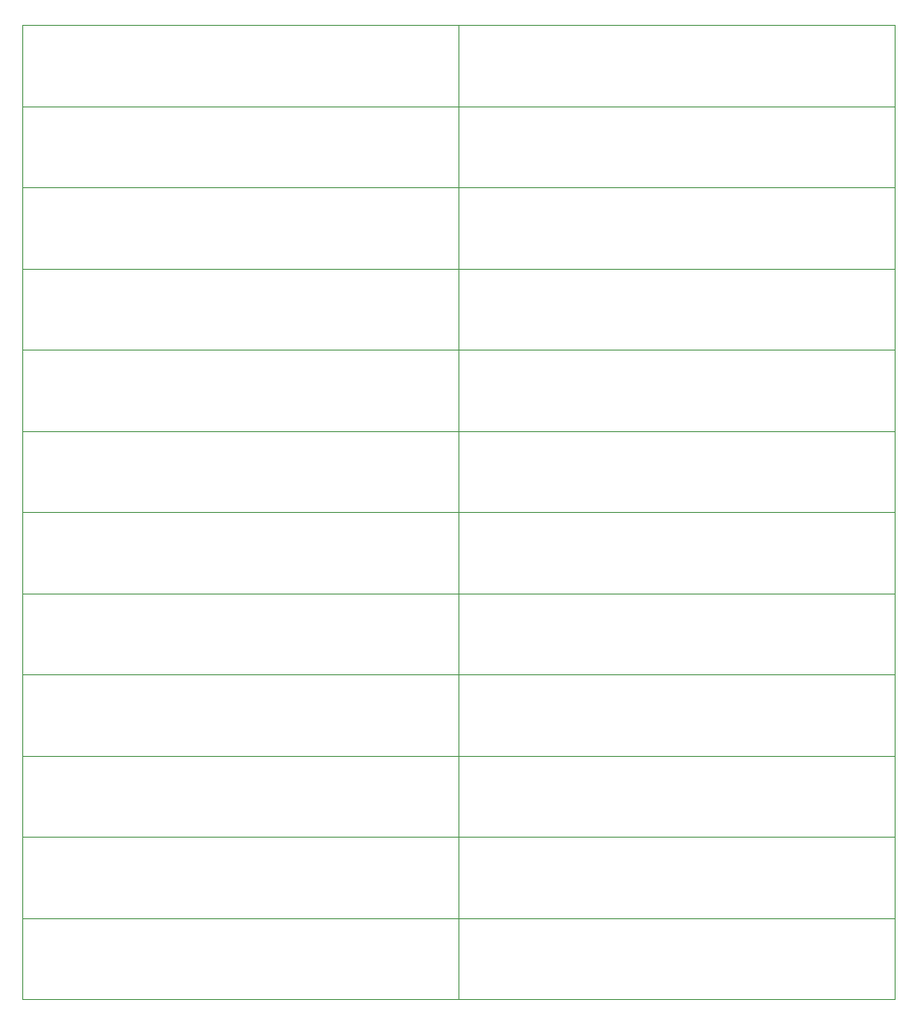
<source format=gbr>
%TF.GenerationSoftware,KiCad,Pcbnew,6.0.11-2627ca5db0~126~ubuntu20.04.1*%
%TF.CreationDate,2024-08-15T22:33:10-05:00*%
%TF.ProjectId,,58585858-5858-4585-9858-585858585858,rev?*%
%TF.SameCoordinates,Original*%
%TF.FileFunction,Profile,NP*%
%FSLAX46Y46*%
G04 Gerber Fmt 4.6, Leading zero omitted, Abs format (unit mm)*
G04 Created by KiCad (PCBNEW 6.0.11-2627ca5db0~126~ubuntu20.04.1) date 2024-08-15 22:33:10*
%MOMM*%
%LPD*%
G01*
G04 APERTURE LIST*
%TA.AperFunction,Profile*%
%ADD10C,0.100000*%
%TD*%
G04 APERTURE END LIST*
D10*
X125169000Y-157087000D02*
X168169000Y-157087000D01*
X125169000Y-149087000D02*
X168169000Y-149087000D01*
X125169000Y-149087000D02*
X125169000Y-157087000D01*
X168169000Y-149087000D02*
X168169000Y-157087000D01*
X82169000Y-157087000D02*
X125169000Y-157087000D01*
X82169000Y-149087000D02*
X125169000Y-149087000D01*
X82169000Y-149087000D02*
X82169000Y-157087000D01*
X125169000Y-149087000D02*
X125169000Y-157087000D01*
X125169000Y-149087000D02*
X168169000Y-149087000D01*
X125169000Y-141087000D02*
X168169000Y-141087000D01*
X125169000Y-141087000D02*
X125169000Y-149087000D01*
X168169000Y-141087000D02*
X168169000Y-149087000D01*
X82169000Y-149087000D02*
X125169000Y-149087000D01*
X82169000Y-141087000D02*
X125169000Y-141087000D01*
X82169000Y-141087000D02*
X82169000Y-149087000D01*
X125169000Y-141087000D02*
X125169000Y-149087000D01*
X125169000Y-141087000D02*
X168169000Y-141087000D01*
X125169000Y-133087000D02*
X168169000Y-133087000D01*
X125169000Y-133087000D02*
X125169000Y-141087000D01*
X168169000Y-133087000D02*
X168169000Y-141087000D01*
X82169000Y-141087000D02*
X125169000Y-141087000D01*
X82169000Y-133087000D02*
X125169000Y-133087000D01*
X82169000Y-133087000D02*
X82169000Y-141087000D01*
X125169000Y-133087000D02*
X125169000Y-141087000D01*
X125169000Y-133087000D02*
X168169000Y-133087000D01*
X125169000Y-125087000D02*
X168169000Y-125087000D01*
X125169000Y-125087000D02*
X125169000Y-133087000D01*
X168169000Y-125087000D02*
X168169000Y-133087000D01*
X82169000Y-133087000D02*
X125169000Y-133087000D01*
X82169000Y-125087000D02*
X125169000Y-125087000D01*
X82169000Y-125087000D02*
X82169000Y-133087000D01*
X125169000Y-125087000D02*
X125169000Y-133087000D01*
X125169000Y-125087000D02*
X168169000Y-125087000D01*
X125169000Y-117087000D02*
X168169000Y-117087000D01*
X125169000Y-117087000D02*
X125169000Y-125087000D01*
X168169000Y-117087000D02*
X168169000Y-125087000D01*
X82169000Y-125087000D02*
X125169000Y-125087000D01*
X82169000Y-117087000D02*
X125169000Y-117087000D01*
X82169000Y-117087000D02*
X82169000Y-125087000D01*
X125169000Y-117087000D02*
X125169000Y-125087000D01*
X125169000Y-117087000D02*
X168169000Y-117087000D01*
X125169000Y-109087000D02*
X168169000Y-109087000D01*
X125169000Y-109087000D02*
X125169000Y-117087000D01*
X168169000Y-109087000D02*
X168169000Y-117087000D01*
X82169000Y-117087000D02*
X125169000Y-117087000D01*
X82169000Y-109087000D02*
X125169000Y-109087000D01*
X82169000Y-109087000D02*
X82169000Y-117087000D01*
X125169000Y-109087000D02*
X125169000Y-117087000D01*
X125169000Y-109087000D02*
X168169000Y-109087000D01*
X125169000Y-101087000D02*
X168169000Y-101087000D01*
X125169000Y-101087000D02*
X125169000Y-109087000D01*
X168169000Y-101087000D02*
X168169000Y-109087000D01*
X82169000Y-109087000D02*
X125169000Y-109087000D01*
X82169000Y-101087000D02*
X125169000Y-101087000D01*
X82169000Y-101087000D02*
X82169000Y-109087000D01*
X125169000Y-101087000D02*
X125169000Y-109087000D01*
X125169000Y-101087000D02*
X168169000Y-101087000D01*
X125169000Y-93087000D02*
X168169000Y-93087000D01*
X125169000Y-93087000D02*
X125169000Y-101087000D01*
X168169000Y-93087000D02*
X168169000Y-101087000D01*
X82169000Y-101087000D02*
X125169000Y-101087000D01*
X82169000Y-93087000D02*
X125169000Y-93087000D01*
X82169000Y-93087000D02*
X82169000Y-101087000D01*
X125169000Y-93087000D02*
X125169000Y-101087000D01*
X125169000Y-93087000D02*
X168169000Y-93087000D01*
X125169000Y-85087000D02*
X168169000Y-85087000D01*
X125169000Y-85087000D02*
X125169000Y-93087000D01*
X168169000Y-85087000D02*
X168169000Y-93087000D01*
X82169000Y-93087000D02*
X125169000Y-93087000D01*
X82169000Y-85087000D02*
X125169000Y-85087000D01*
X82169000Y-85087000D02*
X82169000Y-93087000D01*
X125169000Y-85087000D02*
X125169000Y-93087000D01*
X125169000Y-85087000D02*
X168169000Y-85087000D01*
X125169000Y-77087000D02*
X168169000Y-77087000D01*
X125169000Y-77087000D02*
X125169000Y-85087000D01*
X168169000Y-77087000D02*
X168169000Y-85087000D01*
X82169000Y-85087000D02*
X125169000Y-85087000D01*
X82169000Y-77087000D02*
X125169000Y-77087000D01*
X82169000Y-77087000D02*
X82169000Y-85087000D01*
X125169000Y-77087000D02*
X125169000Y-85087000D01*
X125169000Y-77087000D02*
X168169000Y-77087000D01*
X125169000Y-69087000D02*
X168169000Y-69087000D01*
X125169000Y-69087000D02*
X125169000Y-77087000D01*
X168169000Y-69087000D02*
X168169000Y-77087000D01*
X82169000Y-77087000D02*
X125169000Y-77087000D01*
X82169000Y-69087000D02*
X125169000Y-69087000D01*
X82169000Y-69087000D02*
X82169000Y-77087000D01*
X125169000Y-69087000D02*
X125169000Y-77087000D01*
X125169000Y-69087000D02*
X168169000Y-69087000D01*
X125169000Y-61087000D02*
X168169000Y-61087000D01*
X125169000Y-61087000D02*
X125169000Y-69087000D01*
X168169000Y-61087000D02*
X168169000Y-69087000D01*
X82169000Y-61087000D02*
X125169000Y-61087000D01*
X82169000Y-61087000D02*
X82169000Y-69087000D01*
X82169000Y-69087000D02*
X125169000Y-69087000D01*
X125169000Y-61087000D02*
X125169000Y-69087000D01*
M02*

</source>
